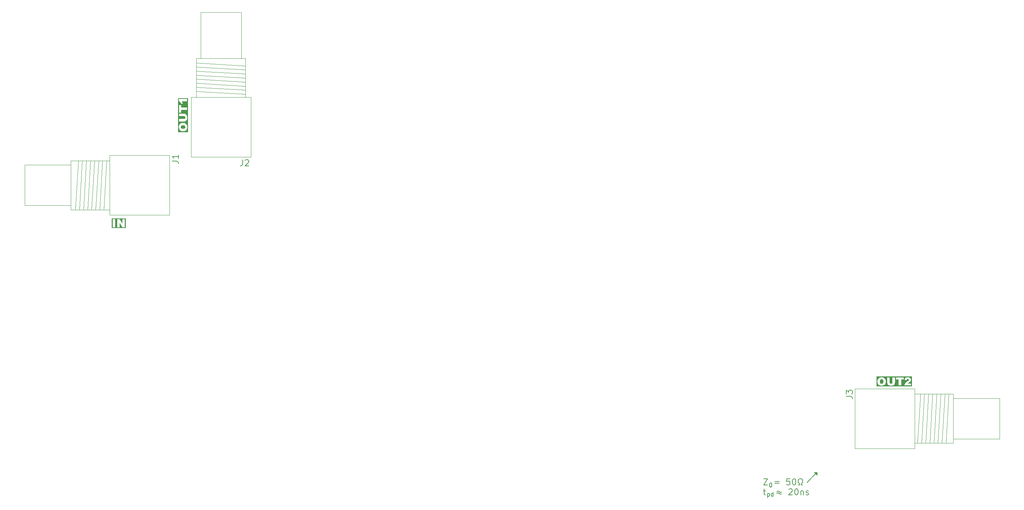
<source format=gbr>
%TF.GenerationSoftware,KiCad,Pcbnew,9.0.3*%
%TF.CreationDate,2025-08-22T13:10:08-04:00*%
%TF.ProjectId,PCB Transmission Line,50434220-5472-4616-9e73-6d697373696f,1*%
%TF.SameCoordinates,Original*%
%TF.FileFunction,Legend,Top*%
%TF.FilePolarity,Positive*%
%FSLAX46Y46*%
G04 Gerber Fmt 4.6, Leading zero omitted, Abs format (unit mm)*
G04 Created by KiCad (PCBNEW 9.0.3) date 2025-08-22 13:10:08*
%MOMM*%
%LPD*%
G01*
G04 APERTURE LIST*
%ADD10C,0.100000*%
%ADD11C,0.160000*%
%ADD12C,0.150000*%
%ADD13C,0.250000*%
%ADD14C,0.187500*%
G04 APERTURE END LIST*
D10*
X225000000Y-144000000D02*
X224250000Y-143250000D01*
X225000000Y-143250000D01*
X225000000Y-144000000D01*
G36*
X225000000Y-144000000D02*
G01*
X224250000Y-143250000D01*
X225000000Y-143250000D01*
X225000000Y-144000000D01*
G37*
D11*
X222500000Y-145750000D02*
X224750000Y-143500000D01*
D12*
X212836779Y-148453152D02*
X212836779Y-149453152D01*
X212836779Y-148500771D02*
X212932017Y-148453152D01*
X212932017Y-148453152D02*
X213122493Y-148453152D01*
X213122493Y-148453152D02*
X213217731Y-148500771D01*
X213217731Y-148500771D02*
X213265350Y-148548390D01*
X213265350Y-148548390D02*
X213312969Y-148643628D01*
X213312969Y-148643628D02*
X213312969Y-148929342D01*
X213312969Y-148929342D02*
X213265350Y-149024580D01*
X213265350Y-149024580D02*
X213217731Y-149072200D01*
X213217731Y-149072200D02*
X213122493Y-149119819D01*
X213122493Y-149119819D02*
X212932017Y-149119819D01*
X212932017Y-149119819D02*
X212836779Y-149072200D01*
X214170112Y-149119819D02*
X214170112Y-148119819D01*
X214170112Y-149072200D02*
X214074874Y-149119819D01*
X214074874Y-149119819D02*
X213884398Y-149119819D01*
X213884398Y-149119819D02*
X213789160Y-149072200D01*
X213789160Y-149072200D02*
X213741541Y-149024580D01*
X213741541Y-149024580D02*
X213693922Y-148929342D01*
X213693922Y-148929342D02*
X213693922Y-148643628D01*
X213693922Y-148643628D02*
X213741541Y-148548390D01*
X213741541Y-148548390D02*
X213789160Y-148500771D01*
X213789160Y-148500771D02*
X213884398Y-148453152D01*
X213884398Y-148453152D02*
X214074874Y-148453152D01*
X214074874Y-148453152D02*
X214170112Y-148500771D01*
D13*
G36*
X54725415Y-83052222D02*
G01*
X51297667Y-83052222D01*
X51297667Y-82830000D01*
X51519889Y-82830000D01*
X52140143Y-82830000D01*
X52587719Y-82830000D01*
X53169749Y-82830000D01*
X53169749Y-81729563D01*
X53919819Y-82830000D01*
X54503193Y-82830000D01*
X54503193Y-80829162D01*
X53919819Y-80829162D01*
X53919819Y-81935826D01*
X53165597Y-80829162D01*
X52587719Y-80829162D01*
X52587719Y-82830000D01*
X52140143Y-82830000D01*
X52140143Y-80829162D01*
X51519889Y-80829162D01*
X51519889Y-82830000D01*
X51297667Y-82830000D01*
X51297667Y-80606940D01*
X54725415Y-80606940D01*
X54725415Y-83052222D01*
G37*
D14*
X211837640Y-144806678D02*
X212837640Y-144806678D01*
X212837640Y-144806678D02*
X211837640Y-146306678D01*
X211837640Y-146306678D02*
X212837640Y-146306678D01*
X214551925Y-145520964D02*
X215694783Y-145520964D01*
X215694783Y-145949535D02*
X214551925Y-145949535D01*
X218266211Y-144806678D02*
X217551925Y-144806678D01*
X217551925Y-144806678D02*
X217480497Y-145520964D01*
X217480497Y-145520964D02*
X217551925Y-145449535D01*
X217551925Y-145449535D02*
X217694783Y-145378107D01*
X217694783Y-145378107D02*
X218051925Y-145378107D01*
X218051925Y-145378107D02*
X218194783Y-145449535D01*
X218194783Y-145449535D02*
X218266211Y-145520964D01*
X218266211Y-145520964D02*
X218337640Y-145663821D01*
X218337640Y-145663821D02*
X218337640Y-146020964D01*
X218337640Y-146020964D02*
X218266211Y-146163821D01*
X218266211Y-146163821D02*
X218194783Y-146235250D01*
X218194783Y-146235250D02*
X218051925Y-146306678D01*
X218051925Y-146306678D02*
X217694783Y-146306678D01*
X217694783Y-146306678D02*
X217551925Y-146235250D01*
X217551925Y-146235250D02*
X217480497Y-146163821D01*
X219266211Y-144806678D02*
X219409068Y-144806678D01*
X219409068Y-144806678D02*
X219551925Y-144878107D01*
X219551925Y-144878107D02*
X219623354Y-144949535D01*
X219623354Y-144949535D02*
X219694782Y-145092392D01*
X219694782Y-145092392D02*
X219766211Y-145378107D01*
X219766211Y-145378107D02*
X219766211Y-145735250D01*
X219766211Y-145735250D02*
X219694782Y-146020964D01*
X219694782Y-146020964D02*
X219623354Y-146163821D01*
X219623354Y-146163821D02*
X219551925Y-146235250D01*
X219551925Y-146235250D02*
X219409068Y-146306678D01*
X219409068Y-146306678D02*
X219266211Y-146306678D01*
X219266211Y-146306678D02*
X219123354Y-146235250D01*
X219123354Y-146235250D02*
X219051925Y-146163821D01*
X219051925Y-146163821D02*
X218980496Y-146020964D01*
X218980496Y-146020964D02*
X218909068Y-145735250D01*
X218909068Y-145735250D02*
X218909068Y-145378107D01*
X218909068Y-145378107D02*
X218980496Y-145092392D01*
X218980496Y-145092392D02*
X219051925Y-144949535D01*
X219051925Y-144949535D02*
X219123354Y-144878107D01*
X219123354Y-144878107D02*
X219266211Y-144806678D01*
X220337639Y-146306678D02*
X220694782Y-146306678D01*
X220694782Y-146306678D02*
X220694782Y-146020964D01*
X220694782Y-146020964D02*
X220551925Y-145949535D01*
X220551925Y-145949535D02*
X220409067Y-145806678D01*
X220409067Y-145806678D02*
X220337639Y-145592392D01*
X220337639Y-145592392D02*
X220337639Y-145235250D01*
X220337639Y-145235250D02*
X220409067Y-145020964D01*
X220409067Y-145020964D02*
X220551925Y-144878107D01*
X220551925Y-144878107D02*
X220766210Y-144806678D01*
X220766210Y-144806678D02*
X221051925Y-144806678D01*
X221051925Y-144806678D02*
X221266210Y-144878107D01*
X221266210Y-144878107D02*
X221409067Y-145020964D01*
X221409067Y-145020964D02*
X221480496Y-145235250D01*
X221480496Y-145235250D02*
X221480496Y-145592392D01*
X221480496Y-145592392D02*
X221409067Y-145806678D01*
X221409067Y-145806678D02*
X221266210Y-145949535D01*
X221266210Y-145949535D02*
X221123353Y-146020964D01*
X221123353Y-146020964D02*
X221123353Y-146306678D01*
X221123353Y-146306678D02*
X221480496Y-146306678D01*
D13*
G36*
X68982300Y-57699782D02*
G01*
X69111539Y-57723401D01*
X69205084Y-57757693D01*
X69271050Y-57800121D01*
X69326538Y-57859068D01*
X69366442Y-57928602D01*
X69391332Y-58010845D01*
X69400132Y-58108844D01*
X69391329Y-58203724D01*
X69366207Y-58284828D01*
X69325510Y-58354845D01*
X69268363Y-58415613D01*
X69200608Y-58460532D01*
X69109892Y-58495812D01*
X68990321Y-58519509D01*
X68834832Y-58528331D01*
X68677859Y-58519436D01*
X68557482Y-58495575D01*
X68466457Y-58460103D01*
X68398736Y-58415002D01*
X68341161Y-58353836D01*
X68300456Y-58284557D01*
X68275524Y-58205533D01*
X68266845Y-58114339D01*
X68275545Y-58018625D01*
X68300354Y-57936788D01*
X68340476Y-57866159D01*
X68396660Y-57804884D01*
X68463647Y-57758821D01*
X68551031Y-57723178D01*
X68663735Y-57699541D01*
X68807721Y-57690822D01*
X68982300Y-57699782D01*
G37*
G36*
X70083485Y-59369464D02*
G01*
X67575677Y-59369464D01*
X67575677Y-58112996D01*
X67797899Y-58112996D01*
X67797982Y-58114339D01*
X67810160Y-58310374D01*
X67845000Y-58481675D01*
X67900336Y-58630717D01*
X67975263Y-58760699D01*
X68070108Y-58874057D01*
X68183075Y-58969214D01*
X68312802Y-59044397D01*
X68461753Y-59099938D01*
X68633170Y-59134923D01*
X68830924Y-59147242D01*
X69007074Y-59137666D01*
X69160956Y-59110442D01*
X69295551Y-59067305D01*
X69413443Y-59009245D01*
X69524265Y-58933203D01*
X69616872Y-58848164D01*
X69693008Y-58753784D01*
X69753796Y-58649231D01*
X69810944Y-58497398D01*
X69847925Y-58312648D01*
X69861263Y-58088449D01*
X69852597Y-57920240D01*
X69827971Y-57773147D01*
X69789005Y-57644434D01*
X69736699Y-57531698D01*
X69667681Y-57425844D01*
X69587079Y-57334333D01*
X69494311Y-57255979D01*
X69388286Y-57190124D01*
X69275969Y-57141039D01*
X69144918Y-57103998D01*
X68992212Y-57080318D01*
X68814560Y-57071911D01*
X68619602Y-57084110D01*
X68450721Y-57118750D01*
X68304067Y-57173736D01*
X68176421Y-57248173D01*
X68065345Y-57342410D01*
X67972878Y-57454203D01*
X67899368Y-57584040D01*
X67844734Y-57734654D01*
X67810134Y-57909578D01*
X67797899Y-58112996D01*
X67575677Y-58112996D01*
X67575677Y-55434873D01*
X67829162Y-55434873D01*
X69045736Y-55434873D01*
X69152662Y-55446022D01*
X69236306Y-55476845D01*
X69301946Y-55525731D01*
X69350834Y-55591508D01*
X69381368Y-55673525D01*
X69392316Y-55776447D01*
X69381198Y-55880171D01*
X69350213Y-55962597D01*
X69300603Y-56028505D01*
X69234126Y-56077572D01*
X69150787Y-56108314D01*
X69045736Y-56119364D01*
X67829162Y-56119364D01*
X67829162Y-56736932D01*
X69019602Y-56736932D01*
X69170818Y-56723704D01*
X69357267Y-56679535D01*
X69471613Y-56630260D01*
X69587588Y-56547766D01*
X69687700Y-56444914D01*
X69759780Y-56335274D01*
X69808801Y-56210278D01*
X69840746Y-56046335D01*
X69856368Y-55876405D01*
X69861263Y-55727232D01*
X69853116Y-55559374D01*
X69830247Y-55416155D01*
X69794584Y-55294189D01*
X69756372Y-55211422D01*
X69701895Y-55128957D01*
X69629110Y-55046161D01*
X69545989Y-54974211D01*
X69454605Y-54916577D01*
X69353970Y-54872626D01*
X69192862Y-54831333D01*
X69019602Y-54817305D01*
X67829162Y-54817305D01*
X67829162Y-55434873D01*
X67575677Y-55434873D01*
X67575677Y-54547905D01*
X67829162Y-54547905D01*
X68321556Y-54547905D01*
X68321556Y-53916782D01*
X69830000Y-53916782D01*
X69830000Y-53297870D01*
X68321556Y-53297870D01*
X68321556Y-52666625D01*
X67829162Y-52666625D01*
X67829162Y-54547905D01*
X67575677Y-54547905D01*
X67575677Y-51676342D01*
X67797899Y-51676342D01*
X67918179Y-51743606D01*
X68023863Y-51825369D01*
X68116270Y-51922295D01*
X68192964Y-52032440D01*
X68266946Y-52177227D01*
X68337187Y-52363641D01*
X68790502Y-52363641D01*
X68728035Y-52180000D01*
X68668381Y-52043195D01*
X68596752Y-51916371D01*
X68501441Y-51778802D01*
X69830000Y-51778802D01*
X69830000Y-51215944D01*
X67797899Y-51215944D01*
X67797899Y-51676342D01*
X67575677Y-51676342D01*
X67575677Y-50993722D01*
X70083485Y-50993722D01*
X70083485Y-59369464D01*
G37*
D14*
X211766212Y-147806678D02*
X212337640Y-147806678D01*
X211980497Y-147306678D02*
X211980497Y-148592392D01*
X211980497Y-148592392D02*
X212051926Y-148735250D01*
X212051926Y-148735250D02*
X212194783Y-148806678D01*
X212194783Y-148806678D02*
X212337640Y-148806678D01*
X215123354Y-148449535D02*
X215194783Y-148378107D01*
X215194783Y-148378107D02*
X215409069Y-148306678D01*
X215409069Y-148306678D02*
X215623354Y-148378107D01*
X215623354Y-148378107D02*
X215766212Y-148520964D01*
X215766212Y-148520964D02*
X215980497Y-148592392D01*
X215980497Y-148592392D02*
X216194783Y-148520964D01*
X216194783Y-148520964D02*
X216266212Y-148449535D01*
X215123354Y-148020964D02*
X215194783Y-147949535D01*
X215194783Y-147949535D02*
X215409069Y-147878107D01*
X215409069Y-147878107D02*
X215623354Y-147949535D01*
X215623354Y-147949535D02*
X215766212Y-148092392D01*
X215766212Y-148092392D02*
X215980497Y-148163821D01*
X215980497Y-148163821D02*
X216194783Y-148092392D01*
X216194783Y-148092392D02*
X216266212Y-148020964D01*
X218051926Y-147449535D02*
X218123354Y-147378107D01*
X218123354Y-147378107D02*
X218266212Y-147306678D01*
X218266212Y-147306678D02*
X218623354Y-147306678D01*
X218623354Y-147306678D02*
X218766212Y-147378107D01*
X218766212Y-147378107D02*
X218837640Y-147449535D01*
X218837640Y-147449535D02*
X218909069Y-147592392D01*
X218909069Y-147592392D02*
X218909069Y-147735250D01*
X218909069Y-147735250D02*
X218837640Y-147949535D01*
X218837640Y-147949535D02*
X217980497Y-148806678D01*
X217980497Y-148806678D02*
X218909069Y-148806678D01*
X219837640Y-147306678D02*
X219980497Y-147306678D01*
X219980497Y-147306678D02*
X220123354Y-147378107D01*
X220123354Y-147378107D02*
X220194783Y-147449535D01*
X220194783Y-147449535D02*
X220266211Y-147592392D01*
X220266211Y-147592392D02*
X220337640Y-147878107D01*
X220337640Y-147878107D02*
X220337640Y-148235250D01*
X220337640Y-148235250D02*
X220266211Y-148520964D01*
X220266211Y-148520964D02*
X220194783Y-148663821D01*
X220194783Y-148663821D02*
X220123354Y-148735250D01*
X220123354Y-148735250D02*
X219980497Y-148806678D01*
X219980497Y-148806678D02*
X219837640Y-148806678D01*
X219837640Y-148806678D02*
X219694783Y-148735250D01*
X219694783Y-148735250D02*
X219623354Y-148663821D01*
X219623354Y-148663821D02*
X219551925Y-148520964D01*
X219551925Y-148520964D02*
X219480497Y-148235250D01*
X219480497Y-148235250D02*
X219480497Y-147878107D01*
X219480497Y-147878107D02*
X219551925Y-147592392D01*
X219551925Y-147592392D02*
X219623354Y-147449535D01*
X219623354Y-147449535D02*
X219694783Y-147378107D01*
X219694783Y-147378107D02*
X219837640Y-147306678D01*
X220980496Y-147806678D02*
X220980496Y-148806678D01*
X220980496Y-147949535D02*
X221051925Y-147878107D01*
X221051925Y-147878107D02*
X221194782Y-147806678D01*
X221194782Y-147806678D02*
X221409068Y-147806678D01*
X221409068Y-147806678D02*
X221551925Y-147878107D01*
X221551925Y-147878107D02*
X221623354Y-148020964D01*
X221623354Y-148020964D02*
X221623354Y-148806678D01*
X222266211Y-148735250D02*
X222409068Y-148806678D01*
X222409068Y-148806678D02*
X222694782Y-148806678D01*
X222694782Y-148806678D02*
X222837639Y-148735250D01*
X222837639Y-148735250D02*
X222909068Y-148592392D01*
X222909068Y-148592392D02*
X222909068Y-148520964D01*
X222909068Y-148520964D02*
X222837639Y-148378107D01*
X222837639Y-148378107D02*
X222694782Y-148306678D01*
X222694782Y-148306678D02*
X222480497Y-148306678D01*
X222480497Y-148306678D02*
X222337639Y-148235250D01*
X222337639Y-148235250D02*
X222266211Y-148092392D01*
X222266211Y-148092392D02*
X222266211Y-148020964D01*
X222266211Y-148020964D02*
X222337639Y-147878107D01*
X222337639Y-147878107D02*
X222480497Y-147806678D01*
X222480497Y-147806678D02*
X222694782Y-147806678D01*
X222694782Y-147806678D02*
X222837639Y-147878107D01*
D13*
G36*
X240981374Y-120275545D02*
G01*
X241063211Y-120300354D01*
X241133840Y-120340476D01*
X241195115Y-120396660D01*
X241241178Y-120463647D01*
X241276821Y-120551031D01*
X241300458Y-120663735D01*
X241309177Y-120807721D01*
X241300217Y-120982300D01*
X241276598Y-121111539D01*
X241242306Y-121205084D01*
X241199878Y-121271050D01*
X241140931Y-121326538D01*
X241071397Y-121366442D01*
X240989154Y-121391332D01*
X240891155Y-121400132D01*
X240796275Y-121391329D01*
X240715171Y-121366207D01*
X240645154Y-121325510D01*
X240584386Y-121268363D01*
X240539467Y-121200608D01*
X240504187Y-121109892D01*
X240480490Y-120990321D01*
X240471668Y-120834832D01*
X240480563Y-120677859D01*
X240504424Y-120557482D01*
X240539896Y-120466457D01*
X240584997Y-120398736D01*
X240646163Y-120341161D01*
X240715442Y-120300456D01*
X240794466Y-120275524D01*
X240885660Y-120266845D01*
X240981374Y-120275545D01*
G37*
G36*
X248373740Y-122083485D02*
G01*
X239630535Y-122083485D01*
X239630535Y-120830924D01*
X239852757Y-120830924D01*
X239852969Y-120834832D01*
X239862333Y-121007074D01*
X239889557Y-121160956D01*
X239932694Y-121295551D01*
X239990754Y-121413443D01*
X240066796Y-121524265D01*
X240151835Y-121616872D01*
X240246215Y-121693008D01*
X240350768Y-121753796D01*
X240502601Y-121810944D01*
X240687351Y-121847925D01*
X240911550Y-121861263D01*
X241079759Y-121852597D01*
X241226852Y-121827971D01*
X241355565Y-121789005D01*
X241468301Y-121736699D01*
X241574155Y-121667681D01*
X241665666Y-121587079D01*
X241744020Y-121494311D01*
X241809875Y-121388286D01*
X241858960Y-121275969D01*
X241896001Y-121144918D01*
X241915434Y-121019602D01*
X242263067Y-121019602D01*
X242276295Y-121170818D01*
X242320464Y-121357267D01*
X242369739Y-121471613D01*
X242452233Y-121587588D01*
X242555085Y-121687700D01*
X242664725Y-121759780D01*
X242789721Y-121808801D01*
X242953664Y-121840746D01*
X243123594Y-121856368D01*
X243272767Y-121861263D01*
X243440625Y-121853116D01*
X243583844Y-121830247D01*
X243705810Y-121794584D01*
X243788577Y-121756372D01*
X243871042Y-121701895D01*
X243953838Y-121629110D01*
X244025788Y-121545989D01*
X244083422Y-121454605D01*
X244127373Y-121353970D01*
X244168666Y-121192862D01*
X244182694Y-121019602D01*
X244182694Y-120321556D01*
X244452094Y-120321556D01*
X245083217Y-120321556D01*
X245083217Y-121830000D01*
X245702129Y-121830000D01*
X246481996Y-121830000D01*
X248151518Y-121830000D01*
X248151518Y-121376685D01*
X247282624Y-121376685D01*
X247415737Y-121255785D01*
X247640562Y-121093974D01*
X247824358Y-120952841D01*
X247950158Y-120832350D01*
X248030618Y-120729319D01*
X248090960Y-120614677D01*
X248126172Y-120498942D01*
X248137841Y-120380174D01*
X248127269Y-120268501D01*
X248096152Y-120165805D01*
X248044173Y-120069986D01*
X247974515Y-119986072D01*
X247889585Y-119917932D01*
X247787352Y-119864699D01*
X247676195Y-119830285D01*
X247526951Y-119806749D01*
X247330374Y-119797899D01*
X247142580Y-119807174D01*
X246998524Y-119831987D01*
X246889760Y-119868607D01*
X246789995Y-119923728D01*
X246708537Y-119991273D01*
X246643196Y-120071817D01*
X246594219Y-120163922D01*
X246553459Y-120284634D01*
X246523029Y-120440380D01*
X247080391Y-120485687D01*
X247103624Y-120373881D01*
X247134680Y-120297758D01*
X247171249Y-120248161D01*
X247219963Y-120211172D01*
X247277185Y-120188721D01*
X247345395Y-120180872D01*
X247411104Y-120188354D01*
X247467075Y-120209876D01*
X247515510Y-120245474D01*
X247553412Y-120291934D01*
X247575622Y-120343185D01*
X247583165Y-120401057D01*
X247567493Y-120483903D01*
X247514899Y-120578988D01*
X247420792Y-120678259D01*
X247202024Y-120853517D01*
X246939984Y-121061754D01*
X246764770Y-121230251D01*
X246656141Y-121365938D01*
X246571406Y-121515699D01*
X246513811Y-121669815D01*
X246481996Y-121830000D01*
X245702129Y-121830000D01*
X245702129Y-120321556D01*
X246333374Y-120321556D01*
X246333374Y-119829162D01*
X244452094Y-119829162D01*
X244452094Y-120321556D01*
X244182694Y-120321556D01*
X244182694Y-119829162D01*
X243565126Y-119829162D01*
X243565126Y-121045736D01*
X243553977Y-121152662D01*
X243523154Y-121236306D01*
X243474268Y-121301946D01*
X243408491Y-121350834D01*
X243326474Y-121381368D01*
X243223552Y-121392316D01*
X243119828Y-121381198D01*
X243037402Y-121350213D01*
X242971494Y-121300603D01*
X242922427Y-121234126D01*
X242891685Y-121150787D01*
X242880635Y-121045736D01*
X242880635Y-119829162D01*
X242263067Y-119829162D01*
X242263067Y-121019602D01*
X241915434Y-121019602D01*
X241919681Y-120992212D01*
X241928088Y-120814560D01*
X241915889Y-120619602D01*
X241881249Y-120450721D01*
X241826263Y-120304067D01*
X241751826Y-120176421D01*
X241657589Y-120065345D01*
X241545796Y-119972878D01*
X241415959Y-119899368D01*
X241265345Y-119844734D01*
X241090421Y-119810134D01*
X240887003Y-119797899D01*
X240689625Y-119810160D01*
X240518324Y-119845000D01*
X240369282Y-119900336D01*
X240239300Y-119975263D01*
X240125942Y-120070108D01*
X240030785Y-120183075D01*
X239955602Y-120312802D01*
X239900061Y-120461753D01*
X239865076Y-120633170D01*
X239852757Y-120830924D01*
X239630535Y-120830924D01*
X239630535Y-119575677D01*
X248373740Y-119575677D01*
X248373740Y-122083485D01*
G37*
D12*
X213527255Y-145869819D02*
X213622493Y-145869819D01*
X213622493Y-145869819D02*
X213717731Y-145917438D01*
X213717731Y-145917438D02*
X213765350Y-145965057D01*
X213765350Y-145965057D02*
X213812969Y-146060295D01*
X213812969Y-146060295D02*
X213860588Y-146250771D01*
X213860588Y-146250771D02*
X213860588Y-146488866D01*
X213860588Y-146488866D02*
X213812969Y-146679342D01*
X213812969Y-146679342D02*
X213765350Y-146774580D01*
X213765350Y-146774580D02*
X213717731Y-146822200D01*
X213717731Y-146822200D02*
X213622493Y-146869819D01*
X213622493Y-146869819D02*
X213527255Y-146869819D01*
X213527255Y-146869819D02*
X213432017Y-146822200D01*
X213432017Y-146822200D02*
X213384398Y-146774580D01*
X213384398Y-146774580D02*
X213336779Y-146679342D01*
X213336779Y-146679342D02*
X213289160Y-146488866D01*
X213289160Y-146488866D02*
X213289160Y-146250771D01*
X213289160Y-146250771D02*
X213336779Y-146060295D01*
X213336779Y-146060295D02*
X213384398Y-145965057D01*
X213384398Y-145965057D02*
X213432017Y-145917438D01*
X213432017Y-145917438D02*
X213527255Y-145869819D01*
D14*
X83500000Y-66184178D02*
X83500000Y-67255607D01*
X83500000Y-67255607D02*
X83428571Y-67469892D01*
X83428571Y-67469892D02*
X83285714Y-67612750D01*
X83285714Y-67612750D02*
X83071428Y-67684178D01*
X83071428Y-67684178D02*
X82928571Y-67684178D01*
X84142857Y-66327035D02*
X84214285Y-66255607D01*
X84214285Y-66255607D02*
X84357143Y-66184178D01*
X84357143Y-66184178D02*
X84714285Y-66184178D01*
X84714285Y-66184178D02*
X84857143Y-66255607D01*
X84857143Y-66255607D02*
X84928571Y-66327035D01*
X84928571Y-66327035D02*
X85000000Y-66469892D01*
X85000000Y-66469892D02*
X85000000Y-66612750D01*
X85000000Y-66612750D02*
X84928571Y-66827035D01*
X84928571Y-66827035D02*
X84071428Y-67684178D01*
X84071428Y-67684178D02*
X85000000Y-67684178D01*
X232184178Y-124499999D02*
X233255607Y-124499999D01*
X233255607Y-124499999D02*
X233469892Y-124571428D01*
X233469892Y-124571428D02*
X233612750Y-124714285D01*
X233612750Y-124714285D02*
X233684178Y-124928571D01*
X233684178Y-124928571D02*
X233684178Y-125071428D01*
X232184178Y-123928571D02*
X232184178Y-122999999D01*
X232184178Y-122999999D02*
X232755607Y-123499999D01*
X232755607Y-123499999D02*
X232755607Y-123285714D01*
X232755607Y-123285714D02*
X232827035Y-123142857D01*
X232827035Y-123142857D02*
X232898464Y-123071428D01*
X232898464Y-123071428D02*
X233041321Y-122999999D01*
X233041321Y-122999999D02*
X233398464Y-122999999D01*
X233398464Y-122999999D02*
X233541321Y-123071428D01*
X233541321Y-123071428D02*
X233612750Y-123142857D01*
X233612750Y-123142857D02*
X233684178Y-123285714D01*
X233684178Y-123285714D02*
X233684178Y-123714285D01*
X233684178Y-123714285D02*
X233612750Y-123857142D01*
X233612750Y-123857142D02*
X233541321Y-123928571D01*
X66184178Y-66499999D02*
X67255607Y-66499999D01*
X67255607Y-66499999D02*
X67469892Y-66571428D01*
X67469892Y-66571428D02*
X67612750Y-66714285D01*
X67612750Y-66714285D02*
X67684178Y-66928571D01*
X67684178Y-66928571D02*
X67684178Y-67071428D01*
X67684178Y-64999999D02*
X67684178Y-65857142D01*
X67684178Y-65428571D02*
X66184178Y-65428571D01*
X66184178Y-65428571D02*
X66398464Y-65571428D01*
X66398464Y-65571428D02*
X66541321Y-65714285D01*
X66541321Y-65714285D02*
X66612750Y-65857142D01*
D10*
%TO.C,J2*%
X72100000Y-42300000D02*
X84200000Y-43008572D01*
X72100000Y-43300000D02*
X84200000Y-44008572D01*
X72100000Y-44300000D02*
X84200000Y-45008572D01*
X72100000Y-45300000D02*
X84200000Y-46008572D01*
X72100000Y-46300000D02*
X84200000Y-47008572D01*
X72100000Y-47300000D02*
X84200000Y-48008572D01*
X72100000Y-48300000D02*
X84200000Y-49008572D01*
X72100000Y-49300000D02*
X84200000Y-50008572D01*
X70850000Y-50750000D02*
X85550000Y-50750000D01*
X85550000Y-65450000D01*
X70850000Y-65450000D01*
X70850000Y-50750000D01*
X72100000Y-41200000D02*
X84200000Y-41200000D01*
X84200000Y-50750000D01*
X72100000Y-50750000D01*
X72100000Y-41200000D01*
X73200000Y-29800000D02*
X83200000Y-29800000D01*
X83200000Y-41200000D01*
X73200000Y-41200000D01*
X73200000Y-29800000D01*
X73200000Y-41200000D02*
X83200000Y-41200000D01*
X73200000Y-41200000D01*
%TO.C,J3*%
X250450000Y-123900000D02*
X249741428Y-136000000D01*
X251450000Y-123900000D02*
X250741428Y-136000000D01*
X252450000Y-123900000D02*
X251741428Y-136000000D01*
X253450000Y-123900000D02*
X252741428Y-136000000D01*
X254450000Y-123900000D02*
X253741428Y-136000000D01*
X255450000Y-123900000D02*
X254741428Y-136000000D01*
X256450000Y-123900000D02*
X255741428Y-136000000D01*
X257450000Y-123900000D02*
X256741428Y-136000000D01*
X249000000Y-122650000D02*
X234300000Y-122650000D01*
X234300000Y-137350000D01*
X249000000Y-137350000D01*
X249000000Y-122650000D01*
X258550000Y-123900000D02*
X249000000Y-123900000D01*
X249000000Y-136000000D01*
X258550000Y-136000000D01*
X258550000Y-123900000D01*
X258550000Y-125000000D02*
X258550000Y-135000000D01*
X258550000Y-125000000D01*
X269950000Y-125000000D02*
X258550000Y-125000000D01*
X258550000Y-135000000D01*
X269950000Y-135000000D01*
X269950000Y-125000000D01*
%TO.C,J1*%
X42300000Y-78550000D02*
X43008572Y-66450000D01*
X43300000Y-78550000D02*
X44008572Y-66450000D01*
X44300000Y-78550000D02*
X45008572Y-66450000D01*
X45300000Y-78550000D02*
X46008572Y-66450000D01*
X46300000Y-78550000D02*
X47008572Y-66450000D01*
X47300000Y-78550000D02*
X48008572Y-66450000D01*
X48300000Y-78550000D02*
X49008572Y-66450000D01*
X49300000Y-78550000D02*
X50008572Y-66450000D01*
X29800000Y-77450000D02*
X41200000Y-77450000D01*
X41200000Y-67450000D01*
X29800000Y-67450000D01*
X29800000Y-77450000D01*
X41200000Y-77450000D02*
X41200000Y-67450000D01*
X41200000Y-77450000D01*
X41200000Y-78550000D02*
X50750000Y-78550000D01*
X50750000Y-66450000D01*
X41200000Y-66450000D01*
X41200000Y-78550000D01*
X50750000Y-79800000D02*
X65450000Y-79800000D01*
X65450000Y-65100000D01*
X50750000Y-65100000D01*
X50750000Y-79800000D01*
%TD*%
M02*

</source>
